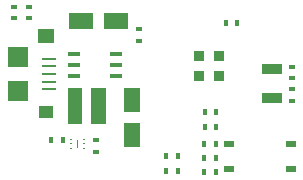
<source format=gtp>
G04 #@! TF.FileFunction,Paste,Top*
%FSLAX46Y46*%
G04 Gerber Fmt 4.6, Leading zero omitted, Abs format (unit mm)*
G04 Created by KiCad (PCBNEW (2015-08-16 BZR 6097, Git b384c94)-product) date 22/01/2016 14:42:29*
%MOMM*%
G01*
G04 APERTURE LIST*
%ADD10C,0.100000*%
%ADD11R,1.197600X0.247600*%
%ADD12R,1.247600X1.047600*%
%ADD13R,1.400000X1.200000*%
%ADD14R,1.747600X1.747600*%
%ADD15R,0.897600X0.497600*%
%ADD16R,1.747600X0.947600*%
%ADD17R,1.097600X0.447600*%
%ADD18R,2.047240X1.447800*%
%ADD19R,1.447800X2.047240*%
%ADD20R,0.547600X0.097600*%
%ADD21R,0.097600X0.547600*%
%ADD22R,0.882600X0.882600*%
%ADD23R,0.197600X0.027600*%
%ADD24R,0.027600X0.747600*%
%ADD25R,0.447600X0.547600*%
%ADD26R,0.547600X0.447600*%
G04 APERTURE END LIST*
D10*
D11*
X157157800Y-85060000D03*
X157157800Y-85710000D03*
X157157800Y-86360000D03*
X157157800Y-87010000D03*
X157157800Y-87660000D03*
D12*
X156932800Y-89560000D03*
D13*
X156932800Y-83160000D03*
D14*
X154482800Y-87810000D03*
X154482800Y-84910000D03*
D15*
X172402500Y-94424500D03*
X177602500Y-94424500D03*
X177602500Y-92274500D03*
X172402500Y-92274500D03*
D16*
X176022000Y-88435500D03*
X176022000Y-85935500D03*
D17*
X162786000Y-84648000D03*
X162786000Y-85598000D03*
X162786000Y-86548000D03*
X159286000Y-86548000D03*
X159286000Y-85598000D03*
X159286000Y-84648000D03*
D18*
X162854640Y-81915000D03*
X159852360Y-81915000D03*
D19*
X164211000Y-91544140D03*
X164211000Y-88541860D03*
D20*
X173114500Y-87438000D03*
X173114500Y-86938000D03*
X173114500Y-86438000D03*
X173114500Y-85938000D03*
X173114500Y-85438000D03*
X173114500Y-84938000D03*
X173114500Y-84438000D03*
X173114500Y-83938000D03*
D21*
X172464500Y-83288000D03*
X171964500Y-83288000D03*
X171464500Y-83288000D03*
X170964500Y-83288000D03*
X170464500Y-83288000D03*
X169964500Y-83288000D03*
X169464500Y-83288000D03*
X168964500Y-83288000D03*
D20*
X168314500Y-83938000D03*
X168314500Y-84438000D03*
X168314500Y-84938000D03*
X168314500Y-85438000D03*
X168314500Y-85938000D03*
X168314500Y-86438000D03*
X168314500Y-86938000D03*
X168314500Y-87438000D03*
D21*
X168964500Y-88088000D03*
X169464500Y-88088000D03*
X169964500Y-88088000D03*
X170464500Y-88088000D03*
X170964500Y-88088000D03*
X171464500Y-88088000D03*
X171964500Y-88088000D03*
X172464500Y-88088000D03*
D22*
X169852000Y-84825500D03*
X169852000Y-86550500D03*
X171577000Y-84825500D03*
X171577000Y-86550500D03*
D23*
X160100500Y-92729000D03*
X160100500Y-92329000D03*
X160100500Y-91929000D03*
X159050500Y-91929000D03*
X159050500Y-92329000D03*
X159050500Y-92729000D03*
D24*
X159575500Y-92329000D03*
D25*
X170289600Y-92265500D03*
X171289600Y-92265500D03*
X170289600Y-93484700D03*
X171289600Y-93484700D03*
X168076500Y-93345000D03*
X167076500Y-93345000D03*
D26*
X154178000Y-80653000D03*
X154178000Y-81653000D03*
D25*
X158297500Y-91948000D03*
X157297500Y-91948000D03*
D26*
X161099500Y-91956000D03*
X161099500Y-92956000D03*
D25*
X170289600Y-94703900D03*
X171289600Y-94703900D03*
X171315000Y-90868500D03*
X170315000Y-90868500D03*
X173093000Y-82042000D03*
X172093000Y-82042000D03*
D26*
X177736500Y-85733000D03*
X177736500Y-86733000D03*
X177736500Y-88638000D03*
X177736500Y-87638000D03*
X155448000Y-80653000D03*
X155448000Y-81653000D03*
D25*
X171315000Y-89598500D03*
X170315000Y-89598500D03*
X167084500Y-94589600D03*
X168084500Y-94589600D03*
D10*
G36*
X158713700Y-90614300D02*
X158713700Y-87566700D01*
X159961300Y-87566700D01*
X159961300Y-90614300D01*
X158713700Y-90614300D01*
X158713700Y-90614300D01*
G37*
G36*
X160713700Y-90614300D02*
X160713700Y-87566700D01*
X161961300Y-87566700D01*
X161961300Y-90614300D01*
X160713700Y-90614300D01*
X160713700Y-90614300D01*
G37*
D26*
X164782500Y-83558000D03*
X164782500Y-82558000D03*
M02*

</source>
